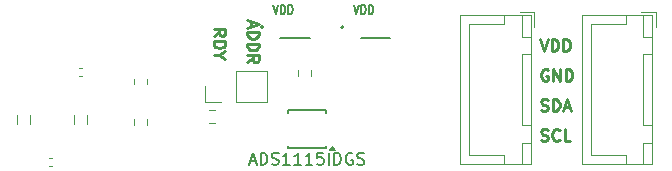
<source format=gbr>
%TF.GenerationSoftware,KiCad,Pcbnew,8.0.1*%
%TF.CreationDate,2024-03-19T19:55:23+01:00*%
%TF.ProjectId,lang1,6c616e67-312e-46b6-9963-61645f706362,rev?*%
%TF.SameCoordinates,Original*%
%TF.FileFunction,Legend,Top*%
%TF.FilePolarity,Positive*%
%FSLAX46Y46*%
G04 Gerber Fmt 4.6, Leading zero omitted, Abs format (unit mm)*
G04 Created by KiCad (PCBNEW 8.0.1) date 2024-03-19 19:55:23*
%MOMM*%
%LPD*%
G01*
G04 APERTURE LIST*
%ADD10C,0.250000*%
%ADD11C,0.150000*%
%ADD12C,0.120000*%
%ADD13C,0.127000*%
%ADD14C,0.200000*%
G04 APERTURE END LIST*
D10*
X125922629Y-53942678D02*
X125922629Y-54418868D01*
X125636914Y-53847440D02*
X126636914Y-54180773D01*
X126636914Y-54180773D02*
X125636914Y-54514106D01*
X125636914Y-54847440D02*
X126636914Y-54847440D01*
X126636914Y-54847440D02*
X126636914Y-55085535D01*
X126636914Y-55085535D02*
X126589295Y-55228392D01*
X126589295Y-55228392D02*
X126494057Y-55323630D01*
X126494057Y-55323630D02*
X126398819Y-55371249D01*
X126398819Y-55371249D02*
X126208343Y-55418868D01*
X126208343Y-55418868D02*
X126065486Y-55418868D01*
X126065486Y-55418868D02*
X125875010Y-55371249D01*
X125875010Y-55371249D02*
X125779772Y-55323630D01*
X125779772Y-55323630D02*
X125684534Y-55228392D01*
X125684534Y-55228392D02*
X125636914Y-55085535D01*
X125636914Y-55085535D02*
X125636914Y-54847440D01*
X125636914Y-55847440D02*
X126636914Y-55847440D01*
X126636914Y-55847440D02*
X126636914Y-56085535D01*
X126636914Y-56085535D02*
X126589295Y-56228392D01*
X126589295Y-56228392D02*
X126494057Y-56323630D01*
X126494057Y-56323630D02*
X126398819Y-56371249D01*
X126398819Y-56371249D02*
X126208343Y-56418868D01*
X126208343Y-56418868D02*
X126065486Y-56418868D01*
X126065486Y-56418868D02*
X125875010Y-56371249D01*
X125875010Y-56371249D02*
X125779772Y-56323630D01*
X125779772Y-56323630D02*
X125684534Y-56228392D01*
X125684534Y-56228392D02*
X125636914Y-56085535D01*
X125636914Y-56085535D02*
X125636914Y-55847440D01*
X125636914Y-57418868D02*
X126113105Y-57085535D01*
X125636914Y-56847440D02*
X126636914Y-56847440D01*
X126636914Y-56847440D02*
X126636914Y-57228392D01*
X126636914Y-57228392D02*
X126589295Y-57323630D01*
X126589295Y-57323630D02*
X126541676Y-57371249D01*
X126541676Y-57371249D02*
X126446438Y-57418868D01*
X126446438Y-57418868D02*
X126303581Y-57418868D01*
X126303581Y-57418868D02*
X126208343Y-57371249D01*
X126208343Y-57371249D02*
X126160724Y-57323630D01*
X126160724Y-57323630D02*
X126113105Y-57228392D01*
X126113105Y-57228392D02*
X126113105Y-56847440D01*
X122791918Y-55197874D02*
X123268109Y-54864541D01*
X122791918Y-54626446D02*
X123791918Y-54626446D01*
X123791918Y-54626446D02*
X123791918Y-55007398D01*
X123791918Y-55007398D02*
X123744299Y-55102636D01*
X123744299Y-55102636D02*
X123696680Y-55150255D01*
X123696680Y-55150255D02*
X123601442Y-55197874D01*
X123601442Y-55197874D02*
X123458585Y-55197874D01*
X123458585Y-55197874D02*
X123363347Y-55150255D01*
X123363347Y-55150255D02*
X123315728Y-55102636D01*
X123315728Y-55102636D02*
X123268109Y-55007398D01*
X123268109Y-55007398D02*
X123268109Y-54626446D01*
X122791918Y-55626446D02*
X123791918Y-55626446D01*
X123791918Y-55626446D02*
X123791918Y-55864541D01*
X123791918Y-55864541D02*
X123744299Y-56007398D01*
X123744299Y-56007398D02*
X123649061Y-56102636D01*
X123649061Y-56102636D02*
X123553823Y-56150255D01*
X123553823Y-56150255D02*
X123363347Y-56197874D01*
X123363347Y-56197874D02*
X123220490Y-56197874D01*
X123220490Y-56197874D02*
X123030014Y-56150255D01*
X123030014Y-56150255D02*
X122934776Y-56102636D01*
X122934776Y-56102636D02*
X122839538Y-56007398D01*
X122839538Y-56007398D02*
X122791918Y-55864541D01*
X122791918Y-55864541D02*
X122791918Y-55626446D01*
X123268109Y-56816922D02*
X122791918Y-56816922D01*
X123791918Y-56483589D02*
X123268109Y-56816922D01*
X123268109Y-56816922D02*
X123791918Y-57150255D01*
X150408783Y-55454336D02*
X150742116Y-56454336D01*
X150742116Y-56454336D02*
X151075449Y-55454336D01*
X151408783Y-56454336D02*
X151408783Y-55454336D01*
X151408783Y-55454336D02*
X151646878Y-55454336D01*
X151646878Y-55454336D02*
X151789735Y-55501955D01*
X151789735Y-55501955D02*
X151884973Y-55597193D01*
X151884973Y-55597193D02*
X151932592Y-55692431D01*
X151932592Y-55692431D02*
X151980211Y-55882907D01*
X151980211Y-55882907D02*
X151980211Y-56025764D01*
X151980211Y-56025764D02*
X151932592Y-56216240D01*
X151932592Y-56216240D02*
X151884973Y-56311478D01*
X151884973Y-56311478D02*
X151789735Y-56406717D01*
X151789735Y-56406717D02*
X151646878Y-56454336D01*
X151646878Y-56454336D02*
X151408783Y-56454336D01*
X152408783Y-56454336D02*
X152408783Y-55454336D01*
X152408783Y-55454336D02*
X152646878Y-55454336D01*
X152646878Y-55454336D02*
X152789735Y-55501955D01*
X152789735Y-55501955D02*
X152884973Y-55597193D01*
X152884973Y-55597193D02*
X152932592Y-55692431D01*
X152932592Y-55692431D02*
X152980211Y-55882907D01*
X152980211Y-55882907D02*
X152980211Y-56025764D01*
X152980211Y-56025764D02*
X152932592Y-56216240D01*
X152932592Y-56216240D02*
X152884973Y-56311478D01*
X152884973Y-56311478D02*
X152789735Y-56406717D01*
X152789735Y-56406717D02*
X152646878Y-56454336D01*
X152646878Y-56454336D02*
X152408783Y-56454336D01*
X150504021Y-64026717D02*
X150646878Y-64074336D01*
X150646878Y-64074336D02*
X150884973Y-64074336D01*
X150884973Y-64074336D02*
X150980211Y-64026717D01*
X150980211Y-64026717D02*
X151027830Y-63979097D01*
X151027830Y-63979097D02*
X151075449Y-63883859D01*
X151075449Y-63883859D02*
X151075449Y-63788621D01*
X151075449Y-63788621D02*
X151027830Y-63693383D01*
X151027830Y-63693383D02*
X150980211Y-63645764D01*
X150980211Y-63645764D02*
X150884973Y-63598145D01*
X150884973Y-63598145D02*
X150694497Y-63550526D01*
X150694497Y-63550526D02*
X150599259Y-63502907D01*
X150599259Y-63502907D02*
X150551640Y-63455288D01*
X150551640Y-63455288D02*
X150504021Y-63360050D01*
X150504021Y-63360050D02*
X150504021Y-63264812D01*
X150504021Y-63264812D02*
X150551640Y-63169574D01*
X150551640Y-63169574D02*
X150599259Y-63121955D01*
X150599259Y-63121955D02*
X150694497Y-63074336D01*
X150694497Y-63074336D02*
X150932592Y-63074336D01*
X150932592Y-63074336D02*
X151075449Y-63121955D01*
X152075449Y-63979097D02*
X152027830Y-64026717D01*
X152027830Y-64026717D02*
X151884973Y-64074336D01*
X151884973Y-64074336D02*
X151789735Y-64074336D01*
X151789735Y-64074336D02*
X151646878Y-64026717D01*
X151646878Y-64026717D02*
X151551640Y-63931478D01*
X151551640Y-63931478D02*
X151504021Y-63836240D01*
X151504021Y-63836240D02*
X151456402Y-63645764D01*
X151456402Y-63645764D02*
X151456402Y-63502907D01*
X151456402Y-63502907D02*
X151504021Y-63312431D01*
X151504021Y-63312431D02*
X151551640Y-63217193D01*
X151551640Y-63217193D02*
X151646878Y-63121955D01*
X151646878Y-63121955D02*
X151789735Y-63074336D01*
X151789735Y-63074336D02*
X151884973Y-63074336D01*
X151884973Y-63074336D02*
X152027830Y-63121955D01*
X152027830Y-63121955D02*
X152075449Y-63169574D01*
X152980211Y-64074336D02*
X152504021Y-64074336D01*
X152504021Y-64074336D02*
X152504021Y-63074336D01*
X150504021Y-61486717D02*
X150646878Y-61534336D01*
X150646878Y-61534336D02*
X150884973Y-61534336D01*
X150884973Y-61534336D02*
X150980211Y-61486717D01*
X150980211Y-61486717D02*
X151027830Y-61439097D01*
X151027830Y-61439097D02*
X151075449Y-61343859D01*
X151075449Y-61343859D02*
X151075449Y-61248621D01*
X151075449Y-61248621D02*
X151027830Y-61153383D01*
X151027830Y-61153383D02*
X150980211Y-61105764D01*
X150980211Y-61105764D02*
X150884973Y-61058145D01*
X150884973Y-61058145D02*
X150694497Y-61010526D01*
X150694497Y-61010526D02*
X150599259Y-60962907D01*
X150599259Y-60962907D02*
X150551640Y-60915288D01*
X150551640Y-60915288D02*
X150504021Y-60820050D01*
X150504021Y-60820050D02*
X150504021Y-60724812D01*
X150504021Y-60724812D02*
X150551640Y-60629574D01*
X150551640Y-60629574D02*
X150599259Y-60581955D01*
X150599259Y-60581955D02*
X150694497Y-60534336D01*
X150694497Y-60534336D02*
X150932592Y-60534336D01*
X150932592Y-60534336D02*
X151075449Y-60581955D01*
X151504021Y-61534336D02*
X151504021Y-60534336D01*
X151504021Y-60534336D02*
X151742116Y-60534336D01*
X151742116Y-60534336D02*
X151884973Y-60581955D01*
X151884973Y-60581955D02*
X151980211Y-60677193D01*
X151980211Y-60677193D02*
X152027830Y-60772431D01*
X152027830Y-60772431D02*
X152075449Y-60962907D01*
X152075449Y-60962907D02*
X152075449Y-61105764D01*
X152075449Y-61105764D02*
X152027830Y-61296240D01*
X152027830Y-61296240D02*
X151980211Y-61391478D01*
X151980211Y-61391478D02*
X151884973Y-61486717D01*
X151884973Y-61486717D02*
X151742116Y-61534336D01*
X151742116Y-61534336D02*
X151504021Y-61534336D01*
X152456402Y-61248621D02*
X152932592Y-61248621D01*
X152361164Y-61534336D02*
X152694497Y-60534336D01*
X152694497Y-60534336D02*
X153027830Y-61534336D01*
X151075449Y-58041955D02*
X150980211Y-57994336D01*
X150980211Y-57994336D02*
X150837354Y-57994336D01*
X150837354Y-57994336D02*
X150694497Y-58041955D01*
X150694497Y-58041955D02*
X150599259Y-58137193D01*
X150599259Y-58137193D02*
X150551640Y-58232431D01*
X150551640Y-58232431D02*
X150504021Y-58422907D01*
X150504021Y-58422907D02*
X150504021Y-58565764D01*
X150504021Y-58565764D02*
X150551640Y-58756240D01*
X150551640Y-58756240D02*
X150599259Y-58851478D01*
X150599259Y-58851478D02*
X150694497Y-58946717D01*
X150694497Y-58946717D02*
X150837354Y-58994336D01*
X150837354Y-58994336D02*
X150932592Y-58994336D01*
X150932592Y-58994336D02*
X151075449Y-58946717D01*
X151075449Y-58946717D02*
X151123068Y-58899097D01*
X151123068Y-58899097D02*
X151123068Y-58565764D01*
X151123068Y-58565764D02*
X150932592Y-58565764D01*
X151551640Y-58994336D02*
X151551640Y-57994336D01*
X151551640Y-57994336D02*
X152123068Y-58994336D01*
X152123068Y-58994336D02*
X152123068Y-57994336D01*
X152599259Y-58994336D02*
X152599259Y-57994336D01*
X152599259Y-57994336D02*
X152837354Y-57994336D01*
X152837354Y-57994336D02*
X152980211Y-58041955D01*
X152980211Y-58041955D02*
X153075449Y-58137193D01*
X153075449Y-58137193D02*
X153123068Y-58232431D01*
X153123068Y-58232431D02*
X153170687Y-58422907D01*
X153170687Y-58422907D02*
X153170687Y-58565764D01*
X153170687Y-58565764D02*
X153123068Y-58756240D01*
X153123068Y-58756240D02*
X153075449Y-58851478D01*
X153075449Y-58851478D02*
X152980211Y-58946717D01*
X152980211Y-58946717D02*
X152837354Y-58994336D01*
X152837354Y-58994336D02*
X152599259Y-58994336D01*
D11*
X134644667Y-52535895D02*
X134858000Y-53335895D01*
X134858000Y-53335895D02*
X135071334Y-52535895D01*
X135284666Y-53335895D02*
X135284666Y-52535895D01*
X135284666Y-52535895D02*
X135437047Y-52535895D01*
X135437047Y-52535895D02*
X135528476Y-52573990D01*
X135528476Y-52573990D02*
X135589428Y-52650180D01*
X135589428Y-52650180D02*
X135619905Y-52726371D01*
X135619905Y-52726371D02*
X135650381Y-52878752D01*
X135650381Y-52878752D02*
X135650381Y-52993038D01*
X135650381Y-52993038D02*
X135619905Y-53145419D01*
X135619905Y-53145419D02*
X135589428Y-53221609D01*
X135589428Y-53221609D02*
X135528476Y-53297800D01*
X135528476Y-53297800D02*
X135437047Y-53335895D01*
X135437047Y-53335895D02*
X135284666Y-53335895D01*
X135924666Y-53335895D02*
X135924666Y-52535895D01*
X135924666Y-52535895D02*
X136077047Y-52535895D01*
X136077047Y-52535895D02*
X136168476Y-52573990D01*
X136168476Y-52573990D02*
X136229428Y-52650180D01*
X136229428Y-52650180D02*
X136259905Y-52726371D01*
X136259905Y-52726371D02*
X136290381Y-52878752D01*
X136290381Y-52878752D02*
X136290381Y-52993038D01*
X136290381Y-52993038D02*
X136259905Y-53145419D01*
X136259905Y-53145419D02*
X136229428Y-53221609D01*
X136229428Y-53221609D02*
X136168476Y-53297800D01*
X136168476Y-53297800D02*
X136077047Y-53335895D01*
X136077047Y-53335895D02*
X135924666Y-53335895D01*
X125863413Y-65808866D02*
X126339603Y-65808866D01*
X125768175Y-66094581D02*
X126101508Y-65094581D01*
X126101508Y-65094581D02*
X126434841Y-66094581D01*
X126768175Y-66094581D02*
X126768175Y-65094581D01*
X126768175Y-65094581D02*
X127006270Y-65094581D01*
X127006270Y-65094581D02*
X127149127Y-65142200D01*
X127149127Y-65142200D02*
X127244365Y-65237438D01*
X127244365Y-65237438D02*
X127291984Y-65332676D01*
X127291984Y-65332676D02*
X127339603Y-65523152D01*
X127339603Y-65523152D02*
X127339603Y-65666009D01*
X127339603Y-65666009D02*
X127291984Y-65856485D01*
X127291984Y-65856485D02*
X127244365Y-65951723D01*
X127244365Y-65951723D02*
X127149127Y-66046962D01*
X127149127Y-66046962D02*
X127006270Y-66094581D01*
X127006270Y-66094581D02*
X126768175Y-66094581D01*
X127720556Y-66046962D02*
X127863413Y-66094581D01*
X127863413Y-66094581D02*
X128101508Y-66094581D01*
X128101508Y-66094581D02*
X128196746Y-66046962D01*
X128196746Y-66046962D02*
X128244365Y-65999342D01*
X128244365Y-65999342D02*
X128291984Y-65904104D01*
X128291984Y-65904104D02*
X128291984Y-65808866D01*
X128291984Y-65808866D02*
X128244365Y-65713628D01*
X128244365Y-65713628D02*
X128196746Y-65666009D01*
X128196746Y-65666009D02*
X128101508Y-65618390D01*
X128101508Y-65618390D02*
X127911032Y-65570771D01*
X127911032Y-65570771D02*
X127815794Y-65523152D01*
X127815794Y-65523152D02*
X127768175Y-65475533D01*
X127768175Y-65475533D02*
X127720556Y-65380295D01*
X127720556Y-65380295D02*
X127720556Y-65285057D01*
X127720556Y-65285057D02*
X127768175Y-65189819D01*
X127768175Y-65189819D02*
X127815794Y-65142200D01*
X127815794Y-65142200D02*
X127911032Y-65094581D01*
X127911032Y-65094581D02*
X128149127Y-65094581D01*
X128149127Y-65094581D02*
X128291984Y-65142200D01*
X129244365Y-66094581D02*
X128672937Y-66094581D01*
X128958651Y-66094581D02*
X128958651Y-65094581D01*
X128958651Y-65094581D02*
X128863413Y-65237438D01*
X128863413Y-65237438D02*
X128768175Y-65332676D01*
X128768175Y-65332676D02*
X128672937Y-65380295D01*
X130196746Y-66094581D02*
X129625318Y-66094581D01*
X129911032Y-66094581D02*
X129911032Y-65094581D01*
X129911032Y-65094581D02*
X129815794Y-65237438D01*
X129815794Y-65237438D02*
X129720556Y-65332676D01*
X129720556Y-65332676D02*
X129625318Y-65380295D01*
X131149127Y-66094581D02*
X130577699Y-66094581D01*
X130863413Y-66094581D02*
X130863413Y-65094581D01*
X130863413Y-65094581D02*
X130768175Y-65237438D01*
X130768175Y-65237438D02*
X130672937Y-65332676D01*
X130672937Y-65332676D02*
X130577699Y-65380295D01*
X132053889Y-65094581D02*
X131577699Y-65094581D01*
X131577699Y-65094581D02*
X131530080Y-65570771D01*
X131530080Y-65570771D02*
X131577699Y-65523152D01*
X131577699Y-65523152D02*
X131672937Y-65475533D01*
X131672937Y-65475533D02*
X131911032Y-65475533D01*
X131911032Y-65475533D02*
X132006270Y-65523152D01*
X132006270Y-65523152D02*
X132053889Y-65570771D01*
X132053889Y-65570771D02*
X132101508Y-65666009D01*
X132101508Y-65666009D02*
X132101508Y-65904104D01*
X132101508Y-65904104D02*
X132053889Y-65999342D01*
X132053889Y-65999342D02*
X132006270Y-66046962D01*
X132006270Y-66046962D02*
X131911032Y-66094581D01*
X131911032Y-66094581D02*
X131672937Y-66094581D01*
X131672937Y-66094581D02*
X131577699Y-66046962D01*
X131577699Y-66046962D02*
X131530080Y-65999342D01*
X132530080Y-66094581D02*
X132530080Y-65094581D01*
X133006270Y-66094581D02*
X133006270Y-65094581D01*
X133006270Y-65094581D02*
X133244365Y-65094581D01*
X133244365Y-65094581D02*
X133387222Y-65142200D01*
X133387222Y-65142200D02*
X133482460Y-65237438D01*
X133482460Y-65237438D02*
X133530079Y-65332676D01*
X133530079Y-65332676D02*
X133577698Y-65523152D01*
X133577698Y-65523152D02*
X133577698Y-65666009D01*
X133577698Y-65666009D02*
X133530079Y-65856485D01*
X133530079Y-65856485D02*
X133482460Y-65951723D01*
X133482460Y-65951723D02*
X133387222Y-66046962D01*
X133387222Y-66046962D02*
X133244365Y-66094581D01*
X133244365Y-66094581D02*
X133006270Y-66094581D01*
X134530079Y-65142200D02*
X134434841Y-65094581D01*
X134434841Y-65094581D02*
X134291984Y-65094581D01*
X134291984Y-65094581D02*
X134149127Y-65142200D01*
X134149127Y-65142200D02*
X134053889Y-65237438D01*
X134053889Y-65237438D02*
X134006270Y-65332676D01*
X134006270Y-65332676D02*
X133958651Y-65523152D01*
X133958651Y-65523152D02*
X133958651Y-65666009D01*
X133958651Y-65666009D02*
X134006270Y-65856485D01*
X134006270Y-65856485D02*
X134053889Y-65951723D01*
X134053889Y-65951723D02*
X134149127Y-66046962D01*
X134149127Y-66046962D02*
X134291984Y-66094581D01*
X134291984Y-66094581D02*
X134387222Y-66094581D01*
X134387222Y-66094581D02*
X134530079Y-66046962D01*
X134530079Y-66046962D02*
X134577698Y-65999342D01*
X134577698Y-65999342D02*
X134577698Y-65666009D01*
X134577698Y-65666009D02*
X134387222Y-65666009D01*
X134958651Y-66046962D02*
X135101508Y-66094581D01*
X135101508Y-66094581D02*
X135339603Y-66094581D01*
X135339603Y-66094581D02*
X135434841Y-66046962D01*
X135434841Y-66046962D02*
X135482460Y-65999342D01*
X135482460Y-65999342D02*
X135530079Y-65904104D01*
X135530079Y-65904104D02*
X135530079Y-65808866D01*
X135530079Y-65808866D02*
X135482460Y-65713628D01*
X135482460Y-65713628D02*
X135434841Y-65666009D01*
X135434841Y-65666009D02*
X135339603Y-65618390D01*
X135339603Y-65618390D02*
X135149127Y-65570771D01*
X135149127Y-65570771D02*
X135053889Y-65523152D01*
X135053889Y-65523152D02*
X135006270Y-65475533D01*
X135006270Y-65475533D02*
X134958651Y-65380295D01*
X134958651Y-65380295D02*
X134958651Y-65285057D01*
X134958651Y-65285057D02*
X135006270Y-65189819D01*
X135006270Y-65189819D02*
X135053889Y-65142200D01*
X135053889Y-65142200D02*
X135149127Y-65094581D01*
X135149127Y-65094581D02*
X135387222Y-65094581D01*
X135387222Y-65094581D02*
X135530079Y-65142200D01*
X127844667Y-52535895D02*
X128058000Y-53335895D01*
X128058000Y-53335895D02*
X128271334Y-52535895D01*
X128484666Y-53335895D02*
X128484666Y-52535895D01*
X128484666Y-52535895D02*
X128637047Y-52535895D01*
X128637047Y-52535895D02*
X128728476Y-52573990D01*
X128728476Y-52573990D02*
X128789428Y-52650180D01*
X128789428Y-52650180D02*
X128819905Y-52726371D01*
X128819905Y-52726371D02*
X128850381Y-52878752D01*
X128850381Y-52878752D02*
X128850381Y-52993038D01*
X128850381Y-52993038D02*
X128819905Y-53145419D01*
X128819905Y-53145419D02*
X128789428Y-53221609D01*
X128789428Y-53221609D02*
X128728476Y-53297800D01*
X128728476Y-53297800D02*
X128637047Y-53335895D01*
X128637047Y-53335895D02*
X128484666Y-53335895D01*
X129124666Y-53335895D02*
X129124666Y-52535895D01*
X129124666Y-52535895D02*
X129277047Y-52535895D01*
X129277047Y-52535895D02*
X129368476Y-52573990D01*
X129368476Y-52573990D02*
X129429428Y-52650180D01*
X129429428Y-52650180D02*
X129459905Y-52726371D01*
X129459905Y-52726371D02*
X129490381Y-52878752D01*
X129490381Y-52878752D02*
X129490381Y-52993038D01*
X129490381Y-52993038D02*
X129459905Y-53145419D01*
X129459905Y-53145419D02*
X129429428Y-53221609D01*
X129429428Y-53221609D02*
X129368476Y-53297800D01*
X129368476Y-53297800D02*
X129277047Y-53335895D01*
X129277047Y-53335895D02*
X129124666Y-53335895D01*
D12*
%TO.C,J3*%
X122077898Y-60802102D02*
X122077898Y-59472102D01*
X123407898Y-60802102D02*
X122077898Y-60802102D01*
X124677898Y-60802102D02*
X127277898Y-60802102D01*
X124677898Y-60802102D02*
X124677898Y-58142102D01*
X127277898Y-60802102D02*
X127277898Y-58142102D01*
X124677898Y-58142102D02*
X127277898Y-58142102D01*
%TO.C,FB1*%
X106120000Y-61862878D02*
X106120000Y-62662122D01*
X107240000Y-61862878D02*
X107240000Y-62662122D01*
D13*
%TO.C,VDD*%
X135248000Y-55400000D02*
X137748000Y-55400000D01*
D14*
X133783000Y-54449500D02*
G75*
G02*
X133583000Y-54449500I-100000J0D01*
G01*
X133583000Y-54449500D02*
G75*
G02*
X133783000Y-54449500I100000J0D01*
G01*
D12*
%TO.C,R2*%
X129969985Y-58083421D02*
X129969985Y-58557937D01*
X131014985Y-58083421D02*
X131014985Y-58557937D01*
%TO.C,C2*%
X111412164Y-57885000D02*
X111627836Y-57885000D01*
X111412164Y-58605000D02*
X111627836Y-58605000D01*
%TO.C,FB2*%
X110960000Y-61862878D02*
X110960000Y-62662122D01*
X112080000Y-61862878D02*
X112080000Y-62662122D01*
%TO.C,ADS1115IDGS*%
X133036746Y-64819762D02*
X132556746Y-64819762D01*
X132796746Y-64489762D01*
X133036746Y-64819762D01*
G36*
X133036746Y-64819762D02*
G01*
X132556746Y-64819762D01*
X132796746Y-64489762D01*
X133036746Y-64819762D01*
G37*
D11*
X132321746Y-64714762D02*
X132321746Y-64489762D01*
X132321746Y-64714762D02*
X129071746Y-64714762D01*
X132321746Y-61464762D02*
X132321746Y-61689762D01*
X132321746Y-61464762D02*
X129071746Y-61464762D01*
X129071746Y-64714762D02*
X129071746Y-64489762D01*
X129071746Y-61464762D02*
X129071746Y-61689762D01*
D12*
%TO.C,R1*%
X122888743Y-61489602D02*
X122414227Y-61489602D01*
X122888743Y-62534602D02*
X122414227Y-62534602D01*
%TO.C,C1*%
X108872164Y-65505000D02*
X109087836Y-65505000D01*
X108872164Y-66225000D02*
X109087836Y-66225000D01*
%TO.C,R3*%
X116077500Y-62262742D02*
X116077500Y-62737258D01*
X117122500Y-62262742D02*
X117122500Y-62737258D01*
%TO.C,J2*%
X143690000Y-53440000D02*
X143690000Y-66060000D01*
X143690000Y-66060000D02*
X149660000Y-66060000D01*
X144450000Y-54200000D02*
X144450000Y-59750000D01*
X144450000Y-65300000D02*
X144450000Y-59750000D01*
X147400000Y-53450000D02*
X147400000Y-54200000D01*
X147400000Y-54200000D02*
X144450000Y-54200000D01*
X147400000Y-65300000D02*
X144450000Y-65300000D01*
X147400000Y-66050000D02*
X147400000Y-65300000D01*
X148900000Y-53450000D02*
X148900000Y-55250000D01*
X148900000Y-55250000D02*
X149650000Y-55250000D01*
X148900000Y-56750000D02*
X148900000Y-62750000D01*
X148900000Y-62750000D02*
X149650000Y-62750000D01*
X148900000Y-64250000D02*
X148900000Y-66050000D01*
X148900000Y-66050000D02*
X149650000Y-66050000D01*
X149650000Y-53450000D02*
X148900000Y-53450000D01*
X149650000Y-55250000D02*
X149650000Y-53450000D01*
X149650000Y-56750000D02*
X148900000Y-56750000D01*
X149650000Y-62750000D02*
X149650000Y-56750000D01*
X149650000Y-64250000D02*
X148900000Y-64250000D01*
X149650000Y-66050000D02*
X149650000Y-64250000D01*
X149660000Y-53440000D02*
X143690000Y-53440000D01*
X149660000Y-66060000D02*
X149660000Y-53440000D01*
X149950000Y-53150000D02*
X148700000Y-53150000D01*
X149950000Y-54400000D02*
X149950000Y-53150000D01*
D13*
%TO.C,VDD*%
X128448000Y-55400000D02*
X130948000Y-55400000D01*
D14*
X126983000Y-54449500D02*
G75*
G02*
X126783000Y-54449500I-100000J0D01*
G01*
X126783000Y-54449500D02*
G75*
G02*
X126983000Y-54449500I100000J0D01*
G01*
D12*
%TO.C,R4*%
X116077500Y-58832742D02*
X116077500Y-59307258D01*
X117122500Y-58832742D02*
X117122500Y-59307258D01*
%TO.C,J1*%
X153970000Y-53440000D02*
X153970000Y-66060000D01*
X153970000Y-66060000D02*
X159940000Y-66060000D01*
X154730000Y-54200000D02*
X154730000Y-59750000D01*
X154730000Y-65300000D02*
X154730000Y-59750000D01*
X157680000Y-53450000D02*
X157680000Y-54200000D01*
X157680000Y-54200000D02*
X154730000Y-54200000D01*
X157680000Y-65300000D02*
X154730000Y-65300000D01*
X157680000Y-66050000D02*
X157680000Y-65300000D01*
X159180000Y-53450000D02*
X159180000Y-55250000D01*
X159180000Y-55250000D02*
X159930000Y-55250000D01*
X159180000Y-56750000D02*
X159180000Y-62750000D01*
X159180000Y-62750000D02*
X159930000Y-62750000D01*
X159180000Y-64250000D02*
X159180000Y-66050000D01*
X159180000Y-66050000D02*
X159930000Y-66050000D01*
X159930000Y-53450000D02*
X159180000Y-53450000D01*
X159930000Y-55250000D02*
X159930000Y-53450000D01*
X159930000Y-56750000D02*
X159180000Y-56750000D01*
X159930000Y-62750000D02*
X159930000Y-56750000D01*
X159930000Y-64250000D02*
X159180000Y-64250000D01*
X159930000Y-66050000D02*
X159930000Y-64250000D01*
X159940000Y-53440000D02*
X153970000Y-53440000D01*
X159940000Y-66060000D02*
X159940000Y-53440000D01*
X160230000Y-53150000D02*
X158980000Y-53150000D01*
X160230000Y-54400000D02*
X160230000Y-53150000D01*
%TD*%
M02*

</source>
